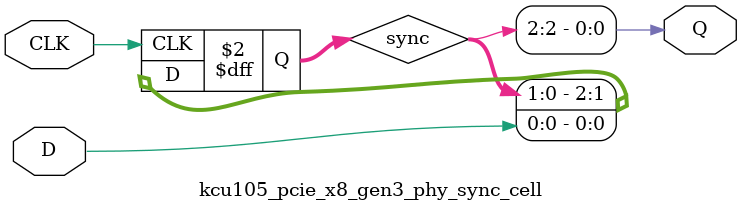
<source format=v>





`timescale 1ps / 1ps



//-------------------------------------------------------------------------------------------------
//  Synchronizer Library Module
//-------------------------------------------------------------------------------------------------
module kcu105_pcie_x8_gen3_phy_sync_cell #
(
    parameter integer STAGE = 2
)
(
    //-------------------------------------------------------------------------- 
    //  Input Ports
    //-------------------------------------------------------------------------- 
    input                               CLK,
    input                               D,
    
    //-------------------------------------------------------------------------- 
    //  Output Ports
    //-------------------------------------------------------------------------- 
    output                              Q
);

    //-------------------------------------------------------------------------- 
    //  Synchronized Signals
    //--------------------------------------------------------------------------  
    (* KEEP = "TRUE", ASYNC_REG = "TRUE", SHIFT_EXTRACT = "NO" *) reg [STAGE:0] sync;                                                            



//--------------------------------------------------------------------------------------------------
//  Synchronizier
//--------------------------------------------------------------------------------------------------
always @ (posedge CLK)
begin

    sync <= {sync[(STAGE-1):0], D};
            
end   



//--------------------------------------------------------------------------------------------------
//  Generate Output
//--------------------------------------------------------------------------------------------------
assign Q = sync[STAGE];


endmodule


</source>
